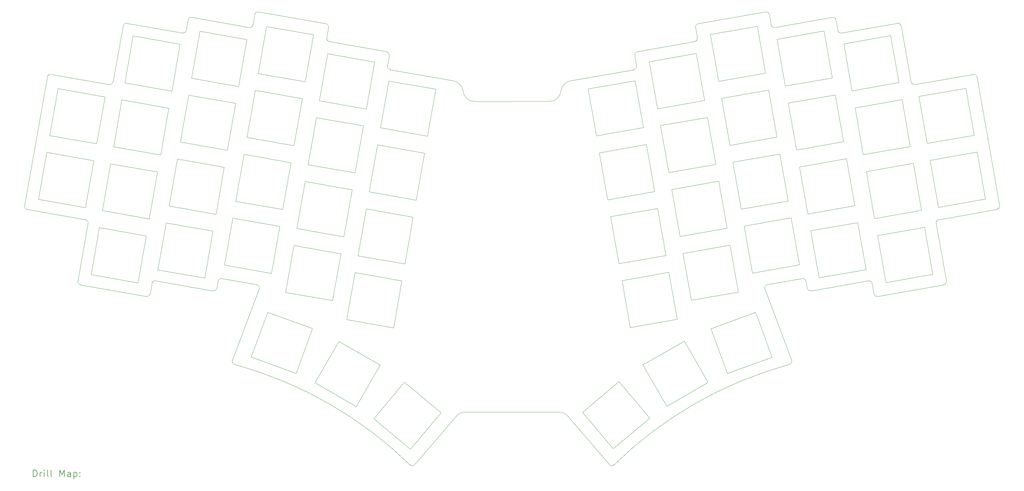
<source format=gbr>
%TF.GenerationSoftware,KiCad,Pcbnew,8.0.5*%
%TF.CreationDate,2024-10-09T17:28:56+02:00*%
%TF.ProjectId,plate,706c6174-652e-46b6-9963-61645f706362,A*%
%TF.SameCoordinates,Original*%
%TF.FileFunction,Drillmap*%
%TF.FilePolarity,Positive*%
%FSLAX45Y45*%
G04 Gerber Fmt 4.5, Leading zero omitted, Abs format (unit mm)*
G04 Created by KiCad (PCBNEW 8.0.5) date 2024-10-09 17:28:56*
%MOMM*%
%LPD*%
G01*
G04 APERTURE LIST*
%ADD10C,0.100000*%
%ADD11C,0.200000*%
G04 APERTURE END LIST*
D10*
X28299496Y-15293967D02*
G75*
G02*
X28380611Y-15178116I98484J17367D01*
G01*
X32188157Y-7500617D02*
X30559630Y-7787458D01*
X7348148Y-9002682D02*
X9050000Y-9300000D01*
X23733355Y-20462692D02*
X22499720Y-19016205D01*
X29394264Y-14999387D02*
X28380612Y-15178121D01*
X10424362Y-15063379D02*
X12098535Y-15358581D01*
X9459223Y-7582827D02*
G75*
G02*
X9575070Y-7501706I98477J-17353D01*
G01*
X6649503Y-12967519D02*
G75*
G02*
X6568383Y-12851672I17357J98479D01*
G01*
X26267154Y-7630454D02*
G75*
G02*
X26348270Y-7514605I98486J17364D01*
G01*
X31618644Y-15521053D02*
G75*
G02*
X31502798Y-15439937I-17364J98483D01*
G01*
X22316105Y-9493332D02*
G75*
G02*
X21998436Y-9793898I-333245J34052D01*
G01*
X35113723Y-12966424D02*
X33411337Y-13266267D01*
X33330221Y-13382112D02*
G75*
G02*
X33411337Y-13266271I98479J17362D01*
G01*
X15410950Y-7514608D02*
G75*
G02*
X15492063Y-7630453I-17370J-98482D01*
G01*
X8351889Y-13267361D02*
G75*
G02*
X8433008Y-13383207I-17359J-98479D01*
G01*
X31334858Y-15063379D02*
G75*
G02*
X31450701Y-15144495I17362J-98481D01*
G01*
X7232302Y-9083798D02*
G75*
G02*
X7348148Y-9002683I98478J-17363D01*
G01*
X13273394Y-7543870D02*
X13325489Y-7248428D01*
X32304003Y-7581733D02*
X32597380Y-9217790D01*
X24482844Y-8452789D02*
G75*
G02*
X24563959Y-8336942I98476J17369D01*
G01*
X12214381Y-15277465D02*
X12249110Y-15080503D01*
X30275845Y-7329784D02*
G75*
G02*
X30391687Y-7410900I17365J-98476D01*
G01*
X32188157Y-7500617D02*
G75*
G02*
X32304005Y-7581733I17373J-98473D01*
G01*
X8212649Y-15181339D02*
X10140576Y-15521053D01*
X8433005Y-13383207D02*
X8131533Y-15065493D01*
X22316105Y-9493332D02*
G75*
G02*
X22596917Y-9187960I355945J-45518D01*
G01*
X11315435Y-7706342D02*
X11367530Y-7410900D01*
X18025865Y-20462691D02*
X19260280Y-19015728D01*
X23856948Y-20485692D02*
G75*
G02*
X29028903Y-17518049I8306462J-8485738D01*
G01*
X26238133Y-8041741D02*
X24563960Y-8336943D01*
X28485826Y-7543870D02*
X28433731Y-7248428D01*
X30275845Y-7329784D02*
X28601671Y-7624986D01*
X32713226Y-9298906D02*
G75*
G02*
X32597383Y-9217789I-17366J98476D01*
G01*
X18025865Y-20462691D02*
G75*
G02*
X17902274Y-20485689I-73515J51481D01*
G01*
X26267154Y-7630454D02*
X26319249Y-7925896D01*
X17195260Y-8336943D02*
G75*
G02*
X17276375Y-8452789I-17360J-98477D01*
G01*
X33330221Y-13382112D02*
X33631693Y-15064398D01*
X33631693Y-15064398D02*
G75*
G02*
X33550577Y-15180245I-98473J-17372D01*
G01*
X29088670Y-17389877D02*
G75*
G02*
X29028903Y-17518050I-93970J-34203D01*
G01*
X6649503Y-12967519D02*
X8351889Y-13267361D01*
X15492066Y-7630454D02*
X15439971Y-7925896D01*
X23856948Y-20485692D02*
G75*
G02*
X23733353Y-20462693I-50078J74482D01*
G01*
X28317886Y-7167312D02*
G75*
G02*
X28433729Y-7248428I17364J-98478D01*
G01*
X10256422Y-15439937D02*
X10308516Y-15144495D01*
X13273394Y-7543870D02*
G75*
G02*
X13157547Y-7624994I-98484J17360D01*
G01*
X12730317Y-17518048D02*
G75*
G02*
X17902272Y-20485692I-3134509J-11453382D01*
G01*
X12730317Y-17518048D02*
G75*
G02*
X12670552Y-17389877I34203J93968D01*
G01*
X11315435Y-7706342D02*
G75*
G02*
X11199588Y-7787465I-98485J17362D01*
G01*
X34530923Y-9082703D02*
X35194838Y-12850579D01*
X13459724Y-15293967D02*
X12670550Y-17389877D01*
X17276376Y-8452789D02*
X17224282Y-8748231D01*
X17305398Y-8864077D02*
X19162013Y-9189570D01*
X17305398Y-8864077D02*
G75*
G02*
X17224284Y-8748232I17362J98477D01*
G01*
X19760494Y-9795507D02*
X21998436Y-9793898D01*
X28317886Y-7167312D02*
X26348270Y-7514608D01*
X30443785Y-7706342D02*
X30391690Y-7410900D01*
X34415078Y-9001587D02*
G75*
G02*
X34530926Y-9082703I17372J-98473D01*
G01*
X10308516Y-15144495D02*
G75*
G02*
X10424362Y-15063376I98484J-17365D01*
G01*
X30559630Y-7787458D02*
G75*
G02*
X30443792Y-7706341I-17360J98478D01*
G01*
X11367530Y-7410900D02*
G75*
G02*
X11483376Y-7329781I98480J-17360D01*
G01*
X10256422Y-15439937D02*
G75*
G02*
X10140576Y-15521052I-98482J17367D01*
G01*
X12214381Y-15277465D02*
G75*
G02*
X12098535Y-15358581I-98481J17365D01*
G01*
X12249110Y-15080503D02*
G75*
G02*
X12364955Y-14999390I98480J-17367D01*
G01*
X29660685Y-15358581D02*
G75*
G02*
X29544839Y-15277465I-17365J98481D01*
G01*
X28601671Y-7624986D02*
G75*
G02*
X28485834Y-7543868I-17362J98476D01*
G01*
X9459223Y-7582827D02*
X9165846Y-9218884D01*
X26319249Y-7925896D02*
G75*
G02*
X26238132Y-8041739I-98479J-17364D01*
G01*
X8212649Y-15181339D02*
G75*
G02*
X8131532Y-15065493I17361J98479D01*
G01*
X7232302Y-9083798D02*
X6568387Y-12851673D01*
X31334858Y-15063379D02*
X29660685Y-15358581D01*
X9575069Y-7501712D02*
X11199590Y-7787458D01*
X13325489Y-7248428D02*
G75*
G02*
X13441335Y-7167309I98481J-17362D01*
G01*
X15521087Y-8041741D02*
X17195260Y-8336943D01*
X13378608Y-15178121D02*
G75*
G02*
X13459719Y-15293966I-17368J-98479D01*
G01*
X22288377Y-18920238D02*
G75*
G02*
X22499721Y-19016204I-14557J-312762D01*
G01*
X19760494Y-9795507D02*
G75*
G02*
X19442826Y-9494942I15576J334617D01*
G01*
X15521087Y-8041741D02*
G75*
G02*
X15439969Y-7925895I17363J98482D01*
G01*
X33550577Y-15180244D02*
X31618644Y-15521053D01*
X35194838Y-12850579D02*
G75*
G02*
X35113722Y-12966422I-98468J-17371D01*
G01*
X9165846Y-9218884D02*
G75*
G02*
X9050001Y-9299995I-98476J17364D01*
G01*
X12364956Y-14999387D02*
X13378608Y-15178121D01*
X31502798Y-15439937D02*
X31450704Y-15144495D01*
X19471623Y-18919762D02*
X22288377Y-18920238D01*
X11483375Y-7329784D02*
X13157548Y-7624986D01*
X29394264Y-14999387D02*
G75*
G02*
X29510112Y-15080503I17366J-98483D01*
G01*
X34415078Y-9001587D02*
X32713226Y-9298906D01*
X19260280Y-19015728D02*
G75*
G02*
X19471623Y-18919762I225900J-216792D01*
G01*
X28299496Y-15293967D02*
X29088670Y-17389877D01*
X24482844Y-8452789D02*
X24534938Y-8748231D01*
X19162013Y-9189570D02*
G75*
G02*
X19442825Y-9494942I-75133J-350890D01*
G01*
X24453822Y-8864077D02*
X22596917Y-9187961D01*
X24534938Y-8748231D02*
G75*
G02*
X24453823Y-8864079I-98478J-17369D01*
G01*
X13441334Y-7167312D02*
X15410950Y-7514608D01*
X29544839Y-15277465D02*
X29510110Y-15080503D01*
X34445800Y-10785704D02*
X33067069Y-11028812D01*
X32823962Y-9650081D01*
X34202693Y-9406974D01*
X34445800Y-10785704D01*
X12099391Y-13604566D02*
X11856283Y-14983296D01*
X10477553Y-14740189D01*
X10720660Y-13361458D01*
X12099391Y-13604566D01*
X28512056Y-17305208D02*
X27196486Y-17784036D01*
X26717658Y-16468466D01*
X28033228Y-15989638D01*
X28512056Y-17305208D01*
X16182308Y-12390106D02*
X15939201Y-13768837D01*
X14560470Y-13525730D01*
X14803577Y-12146999D01*
X16182308Y-12390106D01*
X17007710Y-17540643D02*
X16307710Y-18753079D01*
X15095275Y-18053079D01*
X15795275Y-16840643D01*
X17007710Y-17540643D01*
X11133031Y-8114604D02*
X10889924Y-9493335D01*
X9511193Y-9250228D01*
X9754300Y-7871497D01*
X11133031Y-8114604D01*
X30942447Y-12854968D02*
X29563716Y-13098076D01*
X29320608Y-11719345D01*
X30699339Y-11476237D01*
X30942447Y-12854968D01*
X10471432Y-11866721D02*
X10228324Y-13245452D01*
X8849594Y-13002345D01*
X9092701Y-11623614D01*
X10471432Y-11866721D01*
X29314488Y-14592812D02*
X27935757Y-14835919D01*
X27692650Y-13457189D01*
X29071380Y-13214081D01*
X29314488Y-14592812D01*
X34776600Y-12661763D02*
X33397869Y-12904870D01*
X33154762Y-11526139D01*
X34533493Y-11283032D01*
X34776600Y-12661763D01*
X24920337Y-19094972D02*
X23847875Y-19994875D01*
X22947972Y-18922412D01*
X24020434Y-18022510D01*
X24920337Y-19094972D01*
X8926764Y-9659941D02*
X8683657Y-11038672D01*
X7304926Y-10795565D01*
X7548033Y-9416834D01*
X8926764Y-9659941D01*
X31273246Y-14731027D02*
X29894516Y-14974135D01*
X29651408Y-13595404D01*
X31030139Y-13352296D01*
X31273246Y-14731027D01*
X26528730Y-9764450D02*
X25149999Y-10007558D01*
X24906891Y-8628827D01*
X26285622Y-8385719D01*
X26528730Y-9764450D01*
X24735371Y-10564265D02*
X23356640Y-10807372D01*
X23113532Y-9428641D01*
X24492263Y-9185534D01*
X24735371Y-10564265D01*
X18306467Y-11313862D02*
X18063359Y-12692593D01*
X16684628Y-12449485D01*
X16927736Y-11070754D01*
X18306467Y-11313862D01*
X14058149Y-13466350D02*
X13815042Y-14845081D01*
X12436311Y-14601974D01*
X12679419Y-13223243D01*
X14058149Y-13466350D01*
X30280847Y-9102851D02*
X28902116Y-9345958D01*
X28659009Y-7967227D01*
X30037740Y-7724120D01*
X30280847Y-9102851D01*
X26634851Y-18044983D02*
X25422416Y-18744983D01*
X24722416Y-17532547D01*
X25934851Y-16832547D01*
X26634851Y-18044983D01*
X8595965Y-11536000D02*
X8352857Y-12914731D01*
X6974126Y-12671624D01*
X7217234Y-11292893D01*
X8595965Y-11536000D01*
X10802231Y-9990663D02*
X10559124Y-11369394D01*
X9180393Y-11126286D01*
X9423501Y-9747555D01*
X10802231Y-9990663D01*
X32239606Y-9241066D02*
X30860875Y-9484173D01*
X30617767Y-8105442D01*
X31996498Y-7862335D01*
X32239606Y-9241066D01*
X28983688Y-12716753D02*
X27604957Y-12959861D01*
X27361850Y-11581130D01*
X28740581Y-11338022D01*
X28983688Y-12716753D01*
X33232005Y-14869242D02*
X31853274Y-15112349D01*
X31610167Y-13733619D01*
X32988898Y-13490511D01*
X33232005Y-14869242D01*
X30611647Y-10978909D02*
X29232916Y-11222017D01*
X28989809Y-9843286D01*
X30368539Y-9600178D01*
X30611647Y-10978909D01*
X25066171Y-12440324D02*
X23687440Y-12683431D01*
X23444332Y-11304700D01*
X24823063Y-11061593D01*
X25066171Y-12440324D01*
X28652888Y-10840695D02*
X27274157Y-11083802D01*
X27031050Y-9705071D01*
X28409781Y-9461964D01*
X28652888Y-10840695D01*
X27521129Y-15392626D02*
X26142398Y-15635734D01*
X25899291Y-14257003D01*
X27278022Y-14013896D01*
X27521129Y-15392626D01*
X15019600Y-16464978D02*
X14540772Y-17780548D01*
X13225202Y-17301720D01*
X13704031Y-15986150D01*
X15019600Y-16464978D01*
X14719749Y-9714233D02*
X14476642Y-11092964D01*
X13097911Y-10849856D01*
X13341018Y-9471125D01*
X14719749Y-9714233D01*
X28322088Y-8964636D02*
X26943358Y-9207743D01*
X26700250Y-7829012D01*
X28078981Y-7585905D01*
X28322088Y-8964636D01*
X26859529Y-11640509D02*
X25480799Y-11883616D01*
X25237691Y-10504886D01*
X26616422Y-10261778D01*
X26859529Y-11640509D01*
X25396970Y-14316382D02*
X24018240Y-14559490D01*
X23775132Y-13180759D01*
X25153863Y-12937651D01*
X25396970Y-14316382D01*
X15851508Y-14266165D02*
X15608401Y-15644896D01*
X14229670Y-15401788D01*
X14472777Y-14023057D01*
X15851508Y-14266165D01*
X12430190Y-11728506D02*
X12187083Y-13107237D01*
X10808352Y-12864130D01*
X11051460Y-11485399D01*
X12430190Y-11728506D01*
X18791948Y-18937810D02*
X17892045Y-20010272D01*
X16819583Y-19110369D01*
X17719486Y-18037907D01*
X18791948Y-18937810D01*
X32570406Y-11117125D02*
X31191675Y-11360232D01*
X30948567Y-9981501D01*
X32327298Y-9738394D01*
X32570406Y-11117125D01*
X25727770Y-16192441D02*
X24349039Y-16435548D01*
X24105932Y-15056818D01*
X25484663Y-14813710D01*
X25727770Y-16192441D01*
X10140632Y-13742780D02*
X9897525Y-15121511D01*
X8518794Y-14878404D01*
X8761901Y-13499673D01*
X10140632Y-13742780D01*
X27190329Y-13516568D02*
X25811598Y-13759675D01*
X25568491Y-12380944D01*
X26947222Y-12137837D01*
X27190329Y-13516568D01*
X12760990Y-9852448D02*
X12517883Y-11231179D01*
X11139152Y-10988071D01*
X11382259Y-9609340D01*
X12760990Y-9852448D01*
X13091790Y-7976389D02*
X12848682Y-9355120D01*
X11469952Y-9112013D01*
X11713059Y-7733282D01*
X13091790Y-7976389D01*
X18637266Y-9437803D02*
X18394159Y-10816534D01*
X17015428Y-10573426D01*
X17258536Y-9194696D01*
X18637266Y-9437803D01*
X16843908Y-8637989D02*
X16600800Y-10016719D01*
X15222069Y-9773612D01*
X15465177Y-8394881D01*
X16843908Y-8637989D01*
X15050549Y-7838174D02*
X14807441Y-9216905D01*
X13428710Y-8973798D01*
X13671818Y-7595067D01*
X15050549Y-7838174D01*
X17975667Y-13189921D02*
X17732559Y-14568651D01*
X16353828Y-14325544D01*
X16596936Y-12946813D01*
X17975667Y-13189921D01*
X17644867Y-15065979D02*
X17401760Y-16444710D01*
X16023029Y-16201603D01*
X16266136Y-14822872D01*
X17644867Y-15065979D01*
X32901205Y-12993183D02*
X31522475Y-13236290D01*
X31279367Y-11857560D01*
X32658098Y-11614452D01*
X32901205Y-12993183D01*
X14388949Y-11590292D02*
X14145842Y-12969022D01*
X12767111Y-12725915D01*
X13010218Y-11347184D01*
X14388949Y-11590292D01*
X16513108Y-10514047D02*
X16270000Y-11892778D01*
X14891269Y-11649671D01*
X15134377Y-10270940D01*
X16513108Y-10514047D01*
D11*
X6822640Y-20817445D02*
X6822640Y-20617445D01*
X6822640Y-20617445D02*
X6870259Y-20617445D01*
X6870259Y-20617445D02*
X6898831Y-20626969D01*
X6898831Y-20626969D02*
X6917878Y-20646016D01*
X6917878Y-20646016D02*
X6927402Y-20665064D01*
X6927402Y-20665064D02*
X6936926Y-20703159D01*
X6936926Y-20703159D02*
X6936926Y-20731731D01*
X6936926Y-20731731D02*
X6927402Y-20769826D01*
X6927402Y-20769826D02*
X6917878Y-20788874D01*
X6917878Y-20788874D02*
X6898831Y-20807921D01*
X6898831Y-20807921D02*
X6870259Y-20817445D01*
X6870259Y-20817445D02*
X6822640Y-20817445D01*
X7022640Y-20817445D02*
X7022640Y-20684112D01*
X7022640Y-20722207D02*
X7032164Y-20703159D01*
X7032164Y-20703159D02*
X7041688Y-20693635D01*
X7041688Y-20693635D02*
X7060735Y-20684112D01*
X7060735Y-20684112D02*
X7079783Y-20684112D01*
X7146450Y-20817445D02*
X7146450Y-20684112D01*
X7146450Y-20617445D02*
X7136926Y-20626969D01*
X7136926Y-20626969D02*
X7146450Y-20636493D01*
X7146450Y-20636493D02*
X7155973Y-20626969D01*
X7155973Y-20626969D02*
X7146450Y-20617445D01*
X7146450Y-20617445D02*
X7146450Y-20636493D01*
X7270259Y-20817445D02*
X7251212Y-20807921D01*
X7251212Y-20807921D02*
X7241688Y-20788874D01*
X7241688Y-20788874D02*
X7241688Y-20617445D01*
X7375021Y-20817445D02*
X7355973Y-20807921D01*
X7355973Y-20807921D02*
X7346450Y-20788874D01*
X7346450Y-20788874D02*
X7346450Y-20617445D01*
X7603593Y-20817445D02*
X7603593Y-20617445D01*
X7603593Y-20617445D02*
X7670259Y-20760302D01*
X7670259Y-20760302D02*
X7736926Y-20617445D01*
X7736926Y-20617445D02*
X7736926Y-20817445D01*
X7917878Y-20817445D02*
X7917878Y-20712683D01*
X7917878Y-20712683D02*
X7908354Y-20693635D01*
X7908354Y-20693635D02*
X7889307Y-20684112D01*
X7889307Y-20684112D02*
X7851212Y-20684112D01*
X7851212Y-20684112D02*
X7832164Y-20693635D01*
X7917878Y-20807921D02*
X7898831Y-20817445D01*
X7898831Y-20817445D02*
X7851212Y-20817445D01*
X7851212Y-20817445D02*
X7832164Y-20807921D01*
X7832164Y-20807921D02*
X7822640Y-20788874D01*
X7822640Y-20788874D02*
X7822640Y-20769826D01*
X7822640Y-20769826D02*
X7832164Y-20750778D01*
X7832164Y-20750778D02*
X7851212Y-20741255D01*
X7851212Y-20741255D02*
X7898831Y-20741255D01*
X7898831Y-20741255D02*
X7917878Y-20731731D01*
X8013116Y-20684112D02*
X8013116Y-20884112D01*
X8013116Y-20693635D02*
X8032164Y-20684112D01*
X8032164Y-20684112D02*
X8070259Y-20684112D01*
X8070259Y-20684112D02*
X8089307Y-20693635D01*
X8089307Y-20693635D02*
X8098831Y-20703159D01*
X8098831Y-20703159D02*
X8108354Y-20722207D01*
X8108354Y-20722207D02*
X8108354Y-20779350D01*
X8108354Y-20779350D02*
X8098831Y-20798397D01*
X8098831Y-20798397D02*
X8089307Y-20807921D01*
X8089307Y-20807921D02*
X8070259Y-20817445D01*
X8070259Y-20817445D02*
X8032164Y-20817445D01*
X8032164Y-20817445D02*
X8013116Y-20807921D01*
X8194069Y-20798397D02*
X8203593Y-20807921D01*
X8203593Y-20807921D02*
X8194069Y-20817445D01*
X8194069Y-20817445D02*
X8184545Y-20807921D01*
X8184545Y-20807921D02*
X8194069Y-20798397D01*
X8194069Y-20798397D02*
X8194069Y-20817445D01*
X8194069Y-20693635D02*
X8203593Y-20703159D01*
X8203593Y-20703159D02*
X8194069Y-20712683D01*
X8194069Y-20712683D02*
X8184545Y-20703159D01*
X8184545Y-20703159D02*
X8194069Y-20693635D01*
X8194069Y-20693635D02*
X8194069Y-20712683D01*
M02*

</source>
